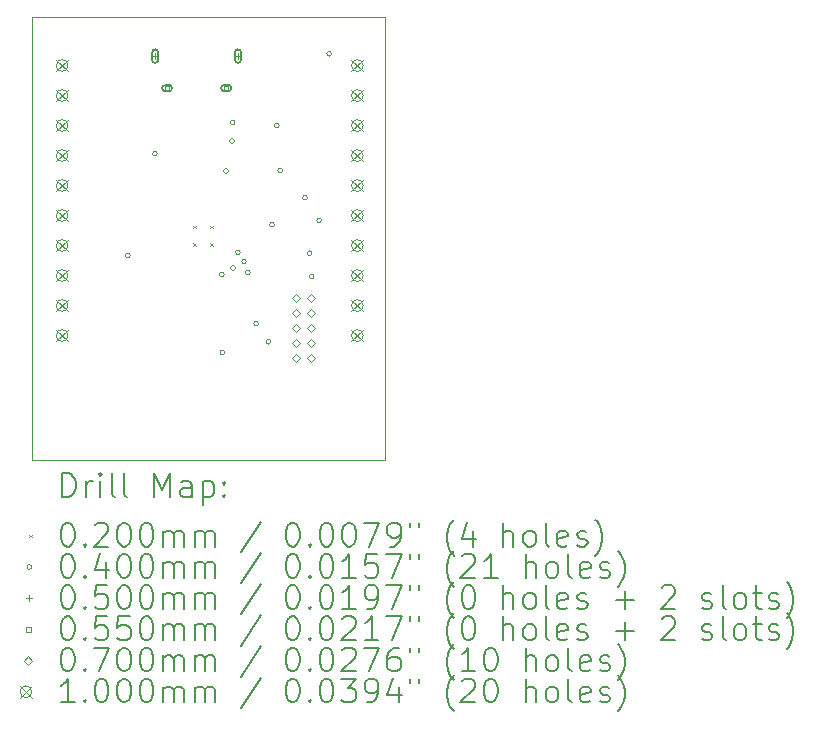
<source format=gbr>
%TF.GenerationSoftware,KiCad,Pcbnew,(6.0.9)*%
%TF.CreationDate,2022-11-19T16:27:43-05:00*%
%TF.ProjectId,EFR32MG22_module,45465233-324d-4473-9232-5f6d6f64756c,rev?*%
%TF.SameCoordinates,Original*%
%TF.FileFunction,Drillmap*%
%TF.FilePolarity,Positive*%
%FSLAX45Y45*%
G04 Gerber Fmt 4.5, Leading zero omitted, Abs format (unit mm)*
G04 Created by KiCad (PCBNEW (6.0.9)) date 2022-11-19 16:27:43*
%MOMM*%
%LPD*%
G01*
G04 APERTURE LIST*
%ADD10C,0.050000*%
%ADD11C,0.200000*%
%ADD12C,0.020000*%
%ADD13C,0.040000*%
%ADD14C,0.055000*%
%ADD15C,0.070000*%
%ADD16C,0.100000*%
G04 APERTURE END LIST*
D10*
X21500000Y-8000000D02*
X24490000Y-8000000D01*
X24490000Y-8000000D02*
X24490000Y-11750000D01*
X24490000Y-11750000D02*
X21500000Y-11750000D01*
X21500000Y-11750000D02*
X21500000Y-8000000D01*
D11*
D12*
X22863750Y-9770000D02*
X22883750Y-9790000D01*
X22883750Y-9770000D02*
X22863750Y-9790000D01*
X22863750Y-9915000D02*
X22883750Y-9935000D01*
X22883750Y-9915000D02*
X22863750Y-9935000D01*
X23008750Y-9770000D02*
X23028750Y-9790000D01*
X23028750Y-9770000D02*
X23008750Y-9790000D01*
X23008750Y-9915000D02*
X23028750Y-9935000D01*
X23028750Y-9915000D02*
X23008750Y-9935000D01*
D13*
X22330000Y-10017350D02*
G75*
G03*
X22330000Y-10017350I-20000J0D01*
G01*
X22560000Y-9157000D02*
G75*
G03*
X22560000Y-9157000I-20000J0D01*
G01*
X23127000Y-10179000D02*
G75*
G03*
X23127000Y-10179000I-20000J0D01*
G01*
X23131000Y-10841000D02*
G75*
G03*
X23131000Y-10841000I-20000J0D01*
G01*
X23162585Y-9303350D02*
G75*
G03*
X23162585Y-9303350I-20000J0D01*
G01*
X23212000Y-9049000D02*
G75*
G03*
X23212000Y-9049000I-20000J0D01*
G01*
X23218000Y-8894000D02*
G75*
G03*
X23218000Y-8894000I-20000J0D01*
G01*
X23220000Y-10125000D02*
G75*
G03*
X23220000Y-10125000I-20000J0D01*
G01*
X23262624Y-9992400D02*
G75*
G03*
X23262624Y-9992400I-20000J0D01*
G01*
X23314300Y-10069300D02*
G75*
G03*
X23314300Y-10069300I-20000J0D01*
G01*
X23346076Y-10162350D02*
G75*
G03*
X23346076Y-10162350I-20000J0D01*
G01*
X23416851Y-10596798D02*
G75*
G03*
X23416851Y-10596798I-20000J0D01*
G01*
X23520000Y-10750000D02*
G75*
G03*
X23520000Y-10750000I-20000J0D01*
G01*
X23551512Y-9759087D02*
G75*
G03*
X23551512Y-9759087I-20000J0D01*
G01*
X23592000Y-8917000D02*
G75*
G03*
X23592000Y-8917000I-20000J0D01*
G01*
X23620000Y-9300000D02*
G75*
G03*
X23620000Y-9300000I-20000J0D01*
G01*
X23831000Y-9530000D02*
G75*
G03*
X23831000Y-9530000I-20000J0D01*
G01*
X23870000Y-10000000D02*
G75*
G03*
X23870000Y-10000000I-20000J0D01*
G01*
X23887000Y-10198000D02*
G75*
G03*
X23887000Y-10198000I-20000J0D01*
G01*
X23950000Y-9721000D02*
G75*
G03*
X23950000Y-9721000I-20000J0D01*
G01*
X24035000Y-8311250D02*
G75*
G03*
X24035000Y-8311250I-20000J0D01*
G01*
D10*
X22542500Y-8306000D02*
X22542500Y-8356000D01*
X22517500Y-8331000D02*
X22567500Y-8331000D01*
D11*
X22567500Y-8363500D02*
X22567500Y-8298500D01*
X22517500Y-8363500D02*
X22517500Y-8298500D01*
X22567500Y-8298500D02*
G75*
G03*
X22517500Y-8298500I-25000J0D01*
G01*
X22517500Y-8363500D02*
G75*
G03*
X22567500Y-8363500I25000J0D01*
G01*
D10*
X23242500Y-8306000D02*
X23242500Y-8356000D01*
X23217500Y-8331000D02*
X23267500Y-8331000D01*
D11*
X23267500Y-8363500D02*
X23267500Y-8298500D01*
X23217500Y-8363500D02*
X23217500Y-8298500D01*
X23267500Y-8298500D02*
G75*
G03*
X23217500Y-8298500I-25000J0D01*
G01*
X23217500Y-8363500D02*
G75*
G03*
X23267500Y-8363500I25000J0D01*
G01*
D14*
X22661946Y-8620446D02*
X22661946Y-8581554D01*
X22623054Y-8581554D01*
X22623054Y-8620446D01*
X22661946Y-8620446D01*
D11*
X22657500Y-8573500D02*
X22627500Y-8573500D01*
X22657500Y-8628500D02*
X22627500Y-8628500D01*
X22627500Y-8573500D02*
G75*
G03*
X22627500Y-8628500I0J-27500D01*
G01*
X22657500Y-8628500D02*
G75*
G03*
X22657500Y-8573500I0J27500D01*
G01*
D14*
X23161946Y-8620446D02*
X23161946Y-8581554D01*
X23123054Y-8581554D01*
X23123054Y-8620446D01*
X23161946Y-8620446D01*
D11*
X23157500Y-8573500D02*
X23127500Y-8573500D01*
X23157500Y-8628500D02*
X23127500Y-8628500D01*
X23127500Y-8573500D02*
G75*
G03*
X23127500Y-8628500I0J-27500D01*
G01*
X23157500Y-8628500D02*
G75*
G03*
X23157500Y-8573500I0J27500D01*
G01*
D15*
X23732000Y-10414000D02*
X23767000Y-10379000D01*
X23732000Y-10344000D01*
X23697000Y-10379000D01*
X23732000Y-10414000D01*
X23732000Y-10541000D02*
X23767000Y-10506000D01*
X23732000Y-10471000D01*
X23697000Y-10506000D01*
X23732000Y-10541000D01*
X23732000Y-10668000D02*
X23767000Y-10633000D01*
X23732000Y-10598000D01*
X23697000Y-10633000D01*
X23732000Y-10668000D01*
X23732000Y-10795000D02*
X23767000Y-10760000D01*
X23732000Y-10725000D01*
X23697000Y-10760000D01*
X23732000Y-10795000D01*
X23732000Y-10922000D02*
X23767000Y-10887000D01*
X23732000Y-10852000D01*
X23697000Y-10887000D01*
X23732000Y-10922000D01*
X23859000Y-10414000D02*
X23894000Y-10379000D01*
X23859000Y-10344000D01*
X23824000Y-10379000D01*
X23859000Y-10414000D01*
X23859000Y-10541000D02*
X23894000Y-10506000D01*
X23859000Y-10471000D01*
X23824000Y-10506000D01*
X23859000Y-10541000D01*
X23859000Y-10668000D02*
X23894000Y-10633000D01*
X23859000Y-10598000D01*
X23824000Y-10633000D01*
X23859000Y-10668000D01*
X23859000Y-10795000D02*
X23894000Y-10760000D01*
X23859000Y-10725000D01*
X23824000Y-10760000D01*
X23859000Y-10795000D01*
X23859000Y-10922000D02*
X23894000Y-10887000D01*
X23859000Y-10852000D01*
X23824000Y-10887000D01*
X23859000Y-10922000D01*
D16*
X21704000Y-8361000D02*
X21804000Y-8461000D01*
X21804000Y-8361000D02*
X21704000Y-8461000D01*
X21804000Y-8411000D02*
G75*
G03*
X21804000Y-8411000I-50000J0D01*
G01*
X21704000Y-8615000D02*
X21804000Y-8715000D01*
X21804000Y-8615000D02*
X21704000Y-8715000D01*
X21804000Y-8665000D02*
G75*
G03*
X21804000Y-8665000I-50000J0D01*
G01*
X21704000Y-8869000D02*
X21804000Y-8969000D01*
X21804000Y-8869000D02*
X21704000Y-8969000D01*
X21804000Y-8919000D02*
G75*
G03*
X21804000Y-8919000I-50000J0D01*
G01*
X21704000Y-9123000D02*
X21804000Y-9223000D01*
X21804000Y-9123000D02*
X21704000Y-9223000D01*
X21804000Y-9173000D02*
G75*
G03*
X21804000Y-9173000I-50000J0D01*
G01*
X21704000Y-9377000D02*
X21804000Y-9477000D01*
X21804000Y-9377000D02*
X21704000Y-9477000D01*
X21804000Y-9427000D02*
G75*
G03*
X21804000Y-9427000I-50000J0D01*
G01*
X21704000Y-9631000D02*
X21804000Y-9731000D01*
X21804000Y-9631000D02*
X21704000Y-9731000D01*
X21804000Y-9681000D02*
G75*
G03*
X21804000Y-9681000I-50000J0D01*
G01*
X21704000Y-9885000D02*
X21804000Y-9985000D01*
X21804000Y-9885000D02*
X21704000Y-9985000D01*
X21804000Y-9935000D02*
G75*
G03*
X21804000Y-9935000I-50000J0D01*
G01*
X21704000Y-10139000D02*
X21804000Y-10239000D01*
X21804000Y-10139000D02*
X21704000Y-10239000D01*
X21804000Y-10189000D02*
G75*
G03*
X21804000Y-10189000I-50000J0D01*
G01*
X21704000Y-10393000D02*
X21804000Y-10493000D01*
X21804000Y-10393000D02*
X21704000Y-10493000D01*
X21804000Y-10443000D02*
G75*
G03*
X21804000Y-10443000I-50000J0D01*
G01*
X21704000Y-10647000D02*
X21804000Y-10747000D01*
X21804000Y-10647000D02*
X21704000Y-10747000D01*
X21804000Y-10697000D02*
G75*
G03*
X21804000Y-10697000I-50000J0D01*
G01*
X24204000Y-8361000D02*
X24304000Y-8461000D01*
X24304000Y-8361000D02*
X24204000Y-8461000D01*
X24304000Y-8411000D02*
G75*
G03*
X24304000Y-8411000I-50000J0D01*
G01*
X24204000Y-8615000D02*
X24304000Y-8715000D01*
X24304000Y-8615000D02*
X24204000Y-8715000D01*
X24304000Y-8665000D02*
G75*
G03*
X24304000Y-8665000I-50000J0D01*
G01*
X24204000Y-8869000D02*
X24304000Y-8969000D01*
X24304000Y-8869000D02*
X24204000Y-8969000D01*
X24304000Y-8919000D02*
G75*
G03*
X24304000Y-8919000I-50000J0D01*
G01*
X24204000Y-9123000D02*
X24304000Y-9223000D01*
X24304000Y-9123000D02*
X24204000Y-9223000D01*
X24304000Y-9173000D02*
G75*
G03*
X24304000Y-9173000I-50000J0D01*
G01*
X24204000Y-9377000D02*
X24304000Y-9477000D01*
X24304000Y-9377000D02*
X24204000Y-9477000D01*
X24304000Y-9427000D02*
G75*
G03*
X24304000Y-9427000I-50000J0D01*
G01*
X24204000Y-9631000D02*
X24304000Y-9731000D01*
X24304000Y-9631000D02*
X24204000Y-9731000D01*
X24304000Y-9681000D02*
G75*
G03*
X24304000Y-9681000I-50000J0D01*
G01*
X24204000Y-9885000D02*
X24304000Y-9985000D01*
X24304000Y-9885000D02*
X24204000Y-9985000D01*
X24304000Y-9935000D02*
G75*
G03*
X24304000Y-9935000I-50000J0D01*
G01*
X24204000Y-10139000D02*
X24304000Y-10239000D01*
X24304000Y-10139000D02*
X24204000Y-10239000D01*
X24304000Y-10189000D02*
G75*
G03*
X24304000Y-10189000I-50000J0D01*
G01*
X24204000Y-10393000D02*
X24304000Y-10493000D01*
X24304000Y-10393000D02*
X24204000Y-10493000D01*
X24304000Y-10443000D02*
G75*
G03*
X24304000Y-10443000I-50000J0D01*
G01*
X24204000Y-10647000D02*
X24304000Y-10747000D01*
X24304000Y-10647000D02*
X24204000Y-10747000D01*
X24304000Y-10697000D02*
G75*
G03*
X24304000Y-10697000I-50000J0D01*
G01*
D11*
X21755119Y-12062976D02*
X21755119Y-11862976D01*
X21802738Y-11862976D01*
X21831310Y-11872500D01*
X21850357Y-11891548D01*
X21859881Y-11910595D01*
X21869405Y-11948690D01*
X21869405Y-11977262D01*
X21859881Y-12015357D01*
X21850357Y-12034405D01*
X21831310Y-12053452D01*
X21802738Y-12062976D01*
X21755119Y-12062976D01*
X21955119Y-12062976D02*
X21955119Y-11929643D01*
X21955119Y-11967738D02*
X21964643Y-11948690D01*
X21974167Y-11939167D01*
X21993214Y-11929643D01*
X22012262Y-11929643D01*
X22078929Y-12062976D02*
X22078929Y-11929643D01*
X22078929Y-11862976D02*
X22069405Y-11872500D01*
X22078929Y-11882024D01*
X22088452Y-11872500D01*
X22078929Y-11862976D01*
X22078929Y-11882024D01*
X22202738Y-12062976D02*
X22183690Y-12053452D01*
X22174167Y-12034405D01*
X22174167Y-11862976D01*
X22307500Y-12062976D02*
X22288452Y-12053452D01*
X22278929Y-12034405D01*
X22278929Y-11862976D01*
X22536071Y-12062976D02*
X22536071Y-11862976D01*
X22602738Y-12005833D01*
X22669405Y-11862976D01*
X22669405Y-12062976D01*
X22850357Y-12062976D02*
X22850357Y-11958214D01*
X22840833Y-11939167D01*
X22821786Y-11929643D01*
X22783690Y-11929643D01*
X22764643Y-11939167D01*
X22850357Y-12053452D02*
X22831309Y-12062976D01*
X22783690Y-12062976D01*
X22764643Y-12053452D01*
X22755119Y-12034405D01*
X22755119Y-12015357D01*
X22764643Y-11996309D01*
X22783690Y-11986786D01*
X22831309Y-11986786D01*
X22850357Y-11977262D01*
X22945595Y-11929643D02*
X22945595Y-12129643D01*
X22945595Y-11939167D02*
X22964643Y-11929643D01*
X23002738Y-11929643D01*
X23021786Y-11939167D01*
X23031309Y-11948690D01*
X23040833Y-11967738D01*
X23040833Y-12024881D01*
X23031309Y-12043928D01*
X23021786Y-12053452D01*
X23002738Y-12062976D01*
X22964643Y-12062976D01*
X22945595Y-12053452D01*
X23126548Y-12043928D02*
X23136071Y-12053452D01*
X23126548Y-12062976D01*
X23117024Y-12053452D01*
X23126548Y-12043928D01*
X23126548Y-12062976D01*
X23126548Y-11939167D02*
X23136071Y-11948690D01*
X23126548Y-11958214D01*
X23117024Y-11948690D01*
X23126548Y-11939167D01*
X23126548Y-11958214D01*
D12*
X21477500Y-12382500D02*
X21497500Y-12402500D01*
X21497500Y-12382500D02*
X21477500Y-12402500D01*
D11*
X21793214Y-12282976D02*
X21812262Y-12282976D01*
X21831310Y-12292500D01*
X21840833Y-12302024D01*
X21850357Y-12321071D01*
X21859881Y-12359167D01*
X21859881Y-12406786D01*
X21850357Y-12444881D01*
X21840833Y-12463928D01*
X21831310Y-12473452D01*
X21812262Y-12482976D01*
X21793214Y-12482976D01*
X21774167Y-12473452D01*
X21764643Y-12463928D01*
X21755119Y-12444881D01*
X21745595Y-12406786D01*
X21745595Y-12359167D01*
X21755119Y-12321071D01*
X21764643Y-12302024D01*
X21774167Y-12292500D01*
X21793214Y-12282976D01*
X21945595Y-12463928D02*
X21955119Y-12473452D01*
X21945595Y-12482976D01*
X21936071Y-12473452D01*
X21945595Y-12463928D01*
X21945595Y-12482976D01*
X22031310Y-12302024D02*
X22040833Y-12292500D01*
X22059881Y-12282976D01*
X22107500Y-12282976D01*
X22126548Y-12292500D01*
X22136071Y-12302024D01*
X22145595Y-12321071D01*
X22145595Y-12340119D01*
X22136071Y-12368690D01*
X22021786Y-12482976D01*
X22145595Y-12482976D01*
X22269405Y-12282976D02*
X22288452Y-12282976D01*
X22307500Y-12292500D01*
X22317024Y-12302024D01*
X22326548Y-12321071D01*
X22336071Y-12359167D01*
X22336071Y-12406786D01*
X22326548Y-12444881D01*
X22317024Y-12463928D01*
X22307500Y-12473452D01*
X22288452Y-12482976D01*
X22269405Y-12482976D01*
X22250357Y-12473452D01*
X22240833Y-12463928D01*
X22231310Y-12444881D01*
X22221786Y-12406786D01*
X22221786Y-12359167D01*
X22231310Y-12321071D01*
X22240833Y-12302024D01*
X22250357Y-12292500D01*
X22269405Y-12282976D01*
X22459881Y-12282976D02*
X22478928Y-12282976D01*
X22497976Y-12292500D01*
X22507500Y-12302024D01*
X22517024Y-12321071D01*
X22526548Y-12359167D01*
X22526548Y-12406786D01*
X22517024Y-12444881D01*
X22507500Y-12463928D01*
X22497976Y-12473452D01*
X22478928Y-12482976D01*
X22459881Y-12482976D01*
X22440833Y-12473452D01*
X22431309Y-12463928D01*
X22421786Y-12444881D01*
X22412262Y-12406786D01*
X22412262Y-12359167D01*
X22421786Y-12321071D01*
X22431309Y-12302024D01*
X22440833Y-12292500D01*
X22459881Y-12282976D01*
X22612262Y-12482976D02*
X22612262Y-12349643D01*
X22612262Y-12368690D02*
X22621786Y-12359167D01*
X22640833Y-12349643D01*
X22669405Y-12349643D01*
X22688452Y-12359167D01*
X22697976Y-12378214D01*
X22697976Y-12482976D01*
X22697976Y-12378214D02*
X22707500Y-12359167D01*
X22726548Y-12349643D01*
X22755119Y-12349643D01*
X22774167Y-12359167D01*
X22783690Y-12378214D01*
X22783690Y-12482976D01*
X22878928Y-12482976D02*
X22878928Y-12349643D01*
X22878928Y-12368690D02*
X22888452Y-12359167D01*
X22907500Y-12349643D01*
X22936071Y-12349643D01*
X22955119Y-12359167D01*
X22964643Y-12378214D01*
X22964643Y-12482976D01*
X22964643Y-12378214D02*
X22974167Y-12359167D01*
X22993214Y-12349643D01*
X23021786Y-12349643D01*
X23040833Y-12359167D01*
X23050357Y-12378214D01*
X23050357Y-12482976D01*
X23440833Y-12273452D02*
X23269405Y-12530595D01*
X23697976Y-12282976D02*
X23717024Y-12282976D01*
X23736071Y-12292500D01*
X23745595Y-12302024D01*
X23755119Y-12321071D01*
X23764643Y-12359167D01*
X23764643Y-12406786D01*
X23755119Y-12444881D01*
X23745595Y-12463928D01*
X23736071Y-12473452D01*
X23717024Y-12482976D01*
X23697976Y-12482976D01*
X23678928Y-12473452D01*
X23669405Y-12463928D01*
X23659881Y-12444881D01*
X23650357Y-12406786D01*
X23650357Y-12359167D01*
X23659881Y-12321071D01*
X23669405Y-12302024D01*
X23678928Y-12292500D01*
X23697976Y-12282976D01*
X23850357Y-12463928D02*
X23859881Y-12473452D01*
X23850357Y-12482976D01*
X23840833Y-12473452D01*
X23850357Y-12463928D01*
X23850357Y-12482976D01*
X23983690Y-12282976D02*
X24002738Y-12282976D01*
X24021786Y-12292500D01*
X24031309Y-12302024D01*
X24040833Y-12321071D01*
X24050357Y-12359167D01*
X24050357Y-12406786D01*
X24040833Y-12444881D01*
X24031309Y-12463928D01*
X24021786Y-12473452D01*
X24002738Y-12482976D01*
X23983690Y-12482976D01*
X23964643Y-12473452D01*
X23955119Y-12463928D01*
X23945595Y-12444881D01*
X23936071Y-12406786D01*
X23936071Y-12359167D01*
X23945595Y-12321071D01*
X23955119Y-12302024D01*
X23964643Y-12292500D01*
X23983690Y-12282976D01*
X24174167Y-12282976D02*
X24193214Y-12282976D01*
X24212262Y-12292500D01*
X24221786Y-12302024D01*
X24231309Y-12321071D01*
X24240833Y-12359167D01*
X24240833Y-12406786D01*
X24231309Y-12444881D01*
X24221786Y-12463928D01*
X24212262Y-12473452D01*
X24193214Y-12482976D01*
X24174167Y-12482976D01*
X24155119Y-12473452D01*
X24145595Y-12463928D01*
X24136071Y-12444881D01*
X24126548Y-12406786D01*
X24126548Y-12359167D01*
X24136071Y-12321071D01*
X24145595Y-12302024D01*
X24155119Y-12292500D01*
X24174167Y-12282976D01*
X24307500Y-12282976D02*
X24440833Y-12282976D01*
X24355119Y-12482976D01*
X24526548Y-12482976D02*
X24564643Y-12482976D01*
X24583690Y-12473452D01*
X24593214Y-12463928D01*
X24612262Y-12435357D01*
X24621786Y-12397262D01*
X24621786Y-12321071D01*
X24612262Y-12302024D01*
X24602738Y-12292500D01*
X24583690Y-12282976D01*
X24545595Y-12282976D01*
X24526548Y-12292500D01*
X24517024Y-12302024D01*
X24507500Y-12321071D01*
X24507500Y-12368690D01*
X24517024Y-12387738D01*
X24526548Y-12397262D01*
X24545595Y-12406786D01*
X24583690Y-12406786D01*
X24602738Y-12397262D01*
X24612262Y-12387738D01*
X24621786Y-12368690D01*
X24697976Y-12282976D02*
X24697976Y-12321071D01*
X24774167Y-12282976D02*
X24774167Y-12321071D01*
X25069405Y-12559167D02*
X25059881Y-12549643D01*
X25040833Y-12521071D01*
X25031309Y-12502024D01*
X25021786Y-12473452D01*
X25012262Y-12425833D01*
X25012262Y-12387738D01*
X25021786Y-12340119D01*
X25031309Y-12311548D01*
X25040833Y-12292500D01*
X25059881Y-12263928D01*
X25069405Y-12254405D01*
X25231309Y-12349643D02*
X25231309Y-12482976D01*
X25183690Y-12273452D02*
X25136071Y-12416309D01*
X25259881Y-12416309D01*
X25488452Y-12482976D02*
X25488452Y-12282976D01*
X25574167Y-12482976D02*
X25574167Y-12378214D01*
X25564643Y-12359167D01*
X25545595Y-12349643D01*
X25517024Y-12349643D01*
X25497976Y-12359167D01*
X25488452Y-12368690D01*
X25697976Y-12482976D02*
X25678928Y-12473452D01*
X25669405Y-12463928D01*
X25659881Y-12444881D01*
X25659881Y-12387738D01*
X25669405Y-12368690D01*
X25678928Y-12359167D01*
X25697976Y-12349643D01*
X25726548Y-12349643D01*
X25745595Y-12359167D01*
X25755119Y-12368690D01*
X25764643Y-12387738D01*
X25764643Y-12444881D01*
X25755119Y-12463928D01*
X25745595Y-12473452D01*
X25726548Y-12482976D01*
X25697976Y-12482976D01*
X25878928Y-12482976D02*
X25859881Y-12473452D01*
X25850357Y-12454405D01*
X25850357Y-12282976D01*
X26031309Y-12473452D02*
X26012262Y-12482976D01*
X25974167Y-12482976D01*
X25955119Y-12473452D01*
X25945595Y-12454405D01*
X25945595Y-12378214D01*
X25955119Y-12359167D01*
X25974167Y-12349643D01*
X26012262Y-12349643D01*
X26031309Y-12359167D01*
X26040833Y-12378214D01*
X26040833Y-12397262D01*
X25945595Y-12416309D01*
X26117024Y-12473452D02*
X26136071Y-12482976D01*
X26174167Y-12482976D01*
X26193214Y-12473452D01*
X26202738Y-12454405D01*
X26202738Y-12444881D01*
X26193214Y-12425833D01*
X26174167Y-12416309D01*
X26145595Y-12416309D01*
X26126548Y-12406786D01*
X26117024Y-12387738D01*
X26117024Y-12378214D01*
X26126548Y-12359167D01*
X26145595Y-12349643D01*
X26174167Y-12349643D01*
X26193214Y-12359167D01*
X26269405Y-12559167D02*
X26278928Y-12549643D01*
X26297976Y-12521071D01*
X26307500Y-12502024D01*
X26317024Y-12473452D01*
X26326548Y-12425833D01*
X26326548Y-12387738D01*
X26317024Y-12340119D01*
X26307500Y-12311548D01*
X26297976Y-12292500D01*
X26278928Y-12263928D01*
X26269405Y-12254405D01*
D13*
X21497500Y-12656500D02*
G75*
G03*
X21497500Y-12656500I-20000J0D01*
G01*
D11*
X21793214Y-12546976D02*
X21812262Y-12546976D01*
X21831310Y-12556500D01*
X21840833Y-12566024D01*
X21850357Y-12585071D01*
X21859881Y-12623167D01*
X21859881Y-12670786D01*
X21850357Y-12708881D01*
X21840833Y-12727928D01*
X21831310Y-12737452D01*
X21812262Y-12746976D01*
X21793214Y-12746976D01*
X21774167Y-12737452D01*
X21764643Y-12727928D01*
X21755119Y-12708881D01*
X21745595Y-12670786D01*
X21745595Y-12623167D01*
X21755119Y-12585071D01*
X21764643Y-12566024D01*
X21774167Y-12556500D01*
X21793214Y-12546976D01*
X21945595Y-12727928D02*
X21955119Y-12737452D01*
X21945595Y-12746976D01*
X21936071Y-12737452D01*
X21945595Y-12727928D01*
X21945595Y-12746976D01*
X22126548Y-12613643D02*
X22126548Y-12746976D01*
X22078929Y-12537452D02*
X22031310Y-12680309D01*
X22155119Y-12680309D01*
X22269405Y-12546976D02*
X22288452Y-12546976D01*
X22307500Y-12556500D01*
X22317024Y-12566024D01*
X22326548Y-12585071D01*
X22336071Y-12623167D01*
X22336071Y-12670786D01*
X22326548Y-12708881D01*
X22317024Y-12727928D01*
X22307500Y-12737452D01*
X22288452Y-12746976D01*
X22269405Y-12746976D01*
X22250357Y-12737452D01*
X22240833Y-12727928D01*
X22231310Y-12708881D01*
X22221786Y-12670786D01*
X22221786Y-12623167D01*
X22231310Y-12585071D01*
X22240833Y-12566024D01*
X22250357Y-12556500D01*
X22269405Y-12546976D01*
X22459881Y-12546976D02*
X22478928Y-12546976D01*
X22497976Y-12556500D01*
X22507500Y-12566024D01*
X22517024Y-12585071D01*
X22526548Y-12623167D01*
X22526548Y-12670786D01*
X22517024Y-12708881D01*
X22507500Y-12727928D01*
X22497976Y-12737452D01*
X22478928Y-12746976D01*
X22459881Y-12746976D01*
X22440833Y-12737452D01*
X22431309Y-12727928D01*
X22421786Y-12708881D01*
X22412262Y-12670786D01*
X22412262Y-12623167D01*
X22421786Y-12585071D01*
X22431309Y-12566024D01*
X22440833Y-12556500D01*
X22459881Y-12546976D01*
X22612262Y-12746976D02*
X22612262Y-12613643D01*
X22612262Y-12632690D02*
X22621786Y-12623167D01*
X22640833Y-12613643D01*
X22669405Y-12613643D01*
X22688452Y-12623167D01*
X22697976Y-12642214D01*
X22697976Y-12746976D01*
X22697976Y-12642214D02*
X22707500Y-12623167D01*
X22726548Y-12613643D01*
X22755119Y-12613643D01*
X22774167Y-12623167D01*
X22783690Y-12642214D01*
X22783690Y-12746976D01*
X22878928Y-12746976D02*
X22878928Y-12613643D01*
X22878928Y-12632690D02*
X22888452Y-12623167D01*
X22907500Y-12613643D01*
X22936071Y-12613643D01*
X22955119Y-12623167D01*
X22964643Y-12642214D01*
X22964643Y-12746976D01*
X22964643Y-12642214D02*
X22974167Y-12623167D01*
X22993214Y-12613643D01*
X23021786Y-12613643D01*
X23040833Y-12623167D01*
X23050357Y-12642214D01*
X23050357Y-12746976D01*
X23440833Y-12537452D02*
X23269405Y-12794595D01*
X23697976Y-12546976D02*
X23717024Y-12546976D01*
X23736071Y-12556500D01*
X23745595Y-12566024D01*
X23755119Y-12585071D01*
X23764643Y-12623167D01*
X23764643Y-12670786D01*
X23755119Y-12708881D01*
X23745595Y-12727928D01*
X23736071Y-12737452D01*
X23717024Y-12746976D01*
X23697976Y-12746976D01*
X23678928Y-12737452D01*
X23669405Y-12727928D01*
X23659881Y-12708881D01*
X23650357Y-12670786D01*
X23650357Y-12623167D01*
X23659881Y-12585071D01*
X23669405Y-12566024D01*
X23678928Y-12556500D01*
X23697976Y-12546976D01*
X23850357Y-12727928D02*
X23859881Y-12737452D01*
X23850357Y-12746976D01*
X23840833Y-12737452D01*
X23850357Y-12727928D01*
X23850357Y-12746976D01*
X23983690Y-12546976D02*
X24002738Y-12546976D01*
X24021786Y-12556500D01*
X24031309Y-12566024D01*
X24040833Y-12585071D01*
X24050357Y-12623167D01*
X24050357Y-12670786D01*
X24040833Y-12708881D01*
X24031309Y-12727928D01*
X24021786Y-12737452D01*
X24002738Y-12746976D01*
X23983690Y-12746976D01*
X23964643Y-12737452D01*
X23955119Y-12727928D01*
X23945595Y-12708881D01*
X23936071Y-12670786D01*
X23936071Y-12623167D01*
X23945595Y-12585071D01*
X23955119Y-12566024D01*
X23964643Y-12556500D01*
X23983690Y-12546976D01*
X24240833Y-12746976D02*
X24126548Y-12746976D01*
X24183690Y-12746976D02*
X24183690Y-12546976D01*
X24164643Y-12575548D01*
X24145595Y-12594595D01*
X24126548Y-12604119D01*
X24421786Y-12546976D02*
X24326548Y-12546976D01*
X24317024Y-12642214D01*
X24326548Y-12632690D01*
X24345595Y-12623167D01*
X24393214Y-12623167D01*
X24412262Y-12632690D01*
X24421786Y-12642214D01*
X24431309Y-12661262D01*
X24431309Y-12708881D01*
X24421786Y-12727928D01*
X24412262Y-12737452D01*
X24393214Y-12746976D01*
X24345595Y-12746976D01*
X24326548Y-12737452D01*
X24317024Y-12727928D01*
X24497976Y-12546976D02*
X24631309Y-12546976D01*
X24545595Y-12746976D01*
X24697976Y-12546976D02*
X24697976Y-12585071D01*
X24774167Y-12546976D02*
X24774167Y-12585071D01*
X25069405Y-12823167D02*
X25059881Y-12813643D01*
X25040833Y-12785071D01*
X25031309Y-12766024D01*
X25021786Y-12737452D01*
X25012262Y-12689833D01*
X25012262Y-12651738D01*
X25021786Y-12604119D01*
X25031309Y-12575548D01*
X25040833Y-12556500D01*
X25059881Y-12527928D01*
X25069405Y-12518405D01*
X25136071Y-12566024D02*
X25145595Y-12556500D01*
X25164643Y-12546976D01*
X25212262Y-12546976D01*
X25231309Y-12556500D01*
X25240833Y-12566024D01*
X25250357Y-12585071D01*
X25250357Y-12604119D01*
X25240833Y-12632690D01*
X25126548Y-12746976D01*
X25250357Y-12746976D01*
X25440833Y-12746976D02*
X25326548Y-12746976D01*
X25383690Y-12746976D02*
X25383690Y-12546976D01*
X25364643Y-12575548D01*
X25345595Y-12594595D01*
X25326548Y-12604119D01*
X25678928Y-12746976D02*
X25678928Y-12546976D01*
X25764643Y-12746976D02*
X25764643Y-12642214D01*
X25755119Y-12623167D01*
X25736071Y-12613643D01*
X25707500Y-12613643D01*
X25688452Y-12623167D01*
X25678928Y-12632690D01*
X25888452Y-12746976D02*
X25869405Y-12737452D01*
X25859881Y-12727928D01*
X25850357Y-12708881D01*
X25850357Y-12651738D01*
X25859881Y-12632690D01*
X25869405Y-12623167D01*
X25888452Y-12613643D01*
X25917024Y-12613643D01*
X25936071Y-12623167D01*
X25945595Y-12632690D01*
X25955119Y-12651738D01*
X25955119Y-12708881D01*
X25945595Y-12727928D01*
X25936071Y-12737452D01*
X25917024Y-12746976D01*
X25888452Y-12746976D01*
X26069405Y-12746976D02*
X26050357Y-12737452D01*
X26040833Y-12718405D01*
X26040833Y-12546976D01*
X26221786Y-12737452D02*
X26202738Y-12746976D01*
X26164643Y-12746976D01*
X26145595Y-12737452D01*
X26136071Y-12718405D01*
X26136071Y-12642214D01*
X26145595Y-12623167D01*
X26164643Y-12613643D01*
X26202738Y-12613643D01*
X26221786Y-12623167D01*
X26231309Y-12642214D01*
X26231309Y-12661262D01*
X26136071Y-12680309D01*
X26307500Y-12737452D02*
X26326548Y-12746976D01*
X26364643Y-12746976D01*
X26383690Y-12737452D01*
X26393214Y-12718405D01*
X26393214Y-12708881D01*
X26383690Y-12689833D01*
X26364643Y-12680309D01*
X26336071Y-12680309D01*
X26317024Y-12670786D01*
X26307500Y-12651738D01*
X26307500Y-12642214D01*
X26317024Y-12623167D01*
X26336071Y-12613643D01*
X26364643Y-12613643D01*
X26383690Y-12623167D01*
X26459881Y-12823167D02*
X26469405Y-12813643D01*
X26488452Y-12785071D01*
X26497976Y-12766024D01*
X26507500Y-12737452D01*
X26517024Y-12689833D01*
X26517024Y-12651738D01*
X26507500Y-12604119D01*
X26497976Y-12575548D01*
X26488452Y-12556500D01*
X26469405Y-12527928D01*
X26459881Y-12518405D01*
D10*
X21472500Y-12895500D02*
X21472500Y-12945500D01*
X21447500Y-12920500D02*
X21497500Y-12920500D01*
D11*
X21793214Y-12810976D02*
X21812262Y-12810976D01*
X21831310Y-12820500D01*
X21840833Y-12830024D01*
X21850357Y-12849071D01*
X21859881Y-12887167D01*
X21859881Y-12934786D01*
X21850357Y-12972881D01*
X21840833Y-12991928D01*
X21831310Y-13001452D01*
X21812262Y-13010976D01*
X21793214Y-13010976D01*
X21774167Y-13001452D01*
X21764643Y-12991928D01*
X21755119Y-12972881D01*
X21745595Y-12934786D01*
X21745595Y-12887167D01*
X21755119Y-12849071D01*
X21764643Y-12830024D01*
X21774167Y-12820500D01*
X21793214Y-12810976D01*
X21945595Y-12991928D02*
X21955119Y-13001452D01*
X21945595Y-13010976D01*
X21936071Y-13001452D01*
X21945595Y-12991928D01*
X21945595Y-13010976D01*
X22136071Y-12810976D02*
X22040833Y-12810976D01*
X22031310Y-12906214D01*
X22040833Y-12896690D01*
X22059881Y-12887167D01*
X22107500Y-12887167D01*
X22126548Y-12896690D01*
X22136071Y-12906214D01*
X22145595Y-12925262D01*
X22145595Y-12972881D01*
X22136071Y-12991928D01*
X22126548Y-13001452D01*
X22107500Y-13010976D01*
X22059881Y-13010976D01*
X22040833Y-13001452D01*
X22031310Y-12991928D01*
X22269405Y-12810976D02*
X22288452Y-12810976D01*
X22307500Y-12820500D01*
X22317024Y-12830024D01*
X22326548Y-12849071D01*
X22336071Y-12887167D01*
X22336071Y-12934786D01*
X22326548Y-12972881D01*
X22317024Y-12991928D01*
X22307500Y-13001452D01*
X22288452Y-13010976D01*
X22269405Y-13010976D01*
X22250357Y-13001452D01*
X22240833Y-12991928D01*
X22231310Y-12972881D01*
X22221786Y-12934786D01*
X22221786Y-12887167D01*
X22231310Y-12849071D01*
X22240833Y-12830024D01*
X22250357Y-12820500D01*
X22269405Y-12810976D01*
X22459881Y-12810976D02*
X22478928Y-12810976D01*
X22497976Y-12820500D01*
X22507500Y-12830024D01*
X22517024Y-12849071D01*
X22526548Y-12887167D01*
X22526548Y-12934786D01*
X22517024Y-12972881D01*
X22507500Y-12991928D01*
X22497976Y-13001452D01*
X22478928Y-13010976D01*
X22459881Y-13010976D01*
X22440833Y-13001452D01*
X22431309Y-12991928D01*
X22421786Y-12972881D01*
X22412262Y-12934786D01*
X22412262Y-12887167D01*
X22421786Y-12849071D01*
X22431309Y-12830024D01*
X22440833Y-12820500D01*
X22459881Y-12810976D01*
X22612262Y-13010976D02*
X22612262Y-12877643D01*
X22612262Y-12896690D02*
X22621786Y-12887167D01*
X22640833Y-12877643D01*
X22669405Y-12877643D01*
X22688452Y-12887167D01*
X22697976Y-12906214D01*
X22697976Y-13010976D01*
X22697976Y-12906214D02*
X22707500Y-12887167D01*
X22726548Y-12877643D01*
X22755119Y-12877643D01*
X22774167Y-12887167D01*
X22783690Y-12906214D01*
X22783690Y-13010976D01*
X22878928Y-13010976D02*
X22878928Y-12877643D01*
X22878928Y-12896690D02*
X22888452Y-12887167D01*
X22907500Y-12877643D01*
X22936071Y-12877643D01*
X22955119Y-12887167D01*
X22964643Y-12906214D01*
X22964643Y-13010976D01*
X22964643Y-12906214D02*
X22974167Y-12887167D01*
X22993214Y-12877643D01*
X23021786Y-12877643D01*
X23040833Y-12887167D01*
X23050357Y-12906214D01*
X23050357Y-13010976D01*
X23440833Y-12801452D02*
X23269405Y-13058595D01*
X23697976Y-12810976D02*
X23717024Y-12810976D01*
X23736071Y-12820500D01*
X23745595Y-12830024D01*
X23755119Y-12849071D01*
X23764643Y-12887167D01*
X23764643Y-12934786D01*
X23755119Y-12972881D01*
X23745595Y-12991928D01*
X23736071Y-13001452D01*
X23717024Y-13010976D01*
X23697976Y-13010976D01*
X23678928Y-13001452D01*
X23669405Y-12991928D01*
X23659881Y-12972881D01*
X23650357Y-12934786D01*
X23650357Y-12887167D01*
X23659881Y-12849071D01*
X23669405Y-12830024D01*
X23678928Y-12820500D01*
X23697976Y-12810976D01*
X23850357Y-12991928D02*
X23859881Y-13001452D01*
X23850357Y-13010976D01*
X23840833Y-13001452D01*
X23850357Y-12991928D01*
X23850357Y-13010976D01*
X23983690Y-12810976D02*
X24002738Y-12810976D01*
X24021786Y-12820500D01*
X24031309Y-12830024D01*
X24040833Y-12849071D01*
X24050357Y-12887167D01*
X24050357Y-12934786D01*
X24040833Y-12972881D01*
X24031309Y-12991928D01*
X24021786Y-13001452D01*
X24002738Y-13010976D01*
X23983690Y-13010976D01*
X23964643Y-13001452D01*
X23955119Y-12991928D01*
X23945595Y-12972881D01*
X23936071Y-12934786D01*
X23936071Y-12887167D01*
X23945595Y-12849071D01*
X23955119Y-12830024D01*
X23964643Y-12820500D01*
X23983690Y-12810976D01*
X24240833Y-13010976D02*
X24126548Y-13010976D01*
X24183690Y-13010976D02*
X24183690Y-12810976D01*
X24164643Y-12839548D01*
X24145595Y-12858595D01*
X24126548Y-12868119D01*
X24336071Y-13010976D02*
X24374167Y-13010976D01*
X24393214Y-13001452D01*
X24402738Y-12991928D01*
X24421786Y-12963357D01*
X24431309Y-12925262D01*
X24431309Y-12849071D01*
X24421786Y-12830024D01*
X24412262Y-12820500D01*
X24393214Y-12810976D01*
X24355119Y-12810976D01*
X24336071Y-12820500D01*
X24326548Y-12830024D01*
X24317024Y-12849071D01*
X24317024Y-12896690D01*
X24326548Y-12915738D01*
X24336071Y-12925262D01*
X24355119Y-12934786D01*
X24393214Y-12934786D01*
X24412262Y-12925262D01*
X24421786Y-12915738D01*
X24431309Y-12896690D01*
X24497976Y-12810976D02*
X24631309Y-12810976D01*
X24545595Y-13010976D01*
X24697976Y-12810976D02*
X24697976Y-12849071D01*
X24774167Y-12810976D02*
X24774167Y-12849071D01*
X25069405Y-13087167D02*
X25059881Y-13077643D01*
X25040833Y-13049071D01*
X25031309Y-13030024D01*
X25021786Y-13001452D01*
X25012262Y-12953833D01*
X25012262Y-12915738D01*
X25021786Y-12868119D01*
X25031309Y-12839548D01*
X25040833Y-12820500D01*
X25059881Y-12791928D01*
X25069405Y-12782405D01*
X25183690Y-12810976D02*
X25202738Y-12810976D01*
X25221786Y-12820500D01*
X25231309Y-12830024D01*
X25240833Y-12849071D01*
X25250357Y-12887167D01*
X25250357Y-12934786D01*
X25240833Y-12972881D01*
X25231309Y-12991928D01*
X25221786Y-13001452D01*
X25202738Y-13010976D01*
X25183690Y-13010976D01*
X25164643Y-13001452D01*
X25155119Y-12991928D01*
X25145595Y-12972881D01*
X25136071Y-12934786D01*
X25136071Y-12887167D01*
X25145595Y-12849071D01*
X25155119Y-12830024D01*
X25164643Y-12820500D01*
X25183690Y-12810976D01*
X25488452Y-13010976D02*
X25488452Y-12810976D01*
X25574167Y-13010976D02*
X25574167Y-12906214D01*
X25564643Y-12887167D01*
X25545595Y-12877643D01*
X25517024Y-12877643D01*
X25497976Y-12887167D01*
X25488452Y-12896690D01*
X25697976Y-13010976D02*
X25678928Y-13001452D01*
X25669405Y-12991928D01*
X25659881Y-12972881D01*
X25659881Y-12915738D01*
X25669405Y-12896690D01*
X25678928Y-12887167D01*
X25697976Y-12877643D01*
X25726548Y-12877643D01*
X25745595Y-12887167D01*
X25755119Y-12896690D01*
X25764643Y-12915738D01*
X25764643Y-12972881D01*
X25755119Y-12991928D01*
X25745595Y-13001452D01*
X25726548Y-13010976D01*
X25697976Y-13010976D01*
X25878928Y-13010976D02*
X25859881Y-13001452D01*
X25850357Y-12982405D01*
X25850357Y-12810976D01*
X26031309Y-13001452D02*
X26012262Y-13010976D01*
X25974167Y-13010976D01*
X25955119Y-13001452D01*
X25945595Y-12982405D01*
X25945595Y-12906214D01*
X25955119Y-12887167D01*
X25974167Y-12877643D01*
X26012262Y-12877643D01*
X26031309Y-12887167D01*
X26040833Y-12906214D01*
X26040833Y-12925262D01*
X25945595Y-12944309D01*
X26117024Y-13001452D02*
X26136071Y-13010976D01*
X26174167Y-13010976D01*
X26193214Y-13001452D01*
X26202738Y-12982405D01*
X26202738Y-12972881D01*
X26193214Y-12953833D01*
X26174167Y-12944309D01*
X26145595Y-12944309D01*
X26126548Y-12934786D01*
X26117024Y-12915738D01*
X26117024Y-12906214D01*
X26126548Y-12887167D01*
X26145595Y-12877643D01*
X26174167Y-12877643D01*
X26193214Y-12887167D01*
X26440833Y-12934786D02*
X26593214Y-12934786D01*
X26517024Y-13010976D02*
X26517024Y-12858595D01*
X26831309Y-12830024D02*
X26840833Y-12820500D01*
X26859881Y-12810976D01*
X26907500Y-12810976D01*
X26926548Y-12820500D01*
X26936071Y-12830024D01*
X26945595Y-12849071D01*
X26945595Y-12868119D01*
X26936071Y-12896690D01*
X26821786Y-13010976D01*
X26945595Y-13010976D01*
X27174167Y-13001452D02*
X27193214Y-13010976D01*
X27231309Y-13010976D01*
X27250357Y-13001452D01*
X27259881Y-12982405D01*
X27259881Y-12972881D01*
X27250357Y-12953833D01*
X27231309Y-12944309D01*
X27202738Y-12944309D01*
X27183690Y-12934786D01*
X27174167Y-12915738D01*
X27174167Y-12906214D01*
X27183690Y-12887167D01*
X27202738Y-12877643D01*
X27231309Y-12877643D01*
X27250357Y-12887167D01*
X27374167Y-13010976D02*
X27355119Y-13001452D01*
X27345595Y-12982405D01*
X27345595Y-12810976D01*
X27478928Y-13010976D02*
X27459881Y-13001452D01*
X27450357Y-12991928D01*
X27440833Y-12972881D01*
X27440833Y-12915738D01*
X27450357Y-12896690D01*
X27459881Y-12887167D01*
X27478928Y-12877643D01*
X27507500Y-12877643D01*
X27526548Y-12887167D01*
X27536071Y-12896690D01*
X27545595Y-12915738D01*
X27545595Y-12972881D01*
X27536071Y-12991928D01*
X27526548Y-13001452D01*
X27507500Y-13010976D01*
X27478928Y-13010976D01*
X27602738Y-12877643D02*
X27678928Y-12877643D01*
X27631309Y-12810976D02*
X27631309Y-12982405D01*
X27640833Y-13001452D01*
X27659881Y-13010976D01*
X27678928Y-13010976D01*
X27736071Y-13001452D02*
X27755119Y-13010976D01*
X27793214Y-13010976D01*
X27812262Y-13001452D01*
X27821786Y-12982405D01*
X27821786Y-12972881D01*
X27812262Y-12953833D01*
X27793214Y-12944309D01*
X27764643Y-12944309D01*
X27745595Y-12934786D01*
X27736071Y-12915738D01*
X27736071Y-12906214D01*
X27745595Y-12887167D01*
X27764643Y-12877643D01*
X27793214Y-12877643D01*
X27812262Y-12887167D01*
X27888452Y-13087167D02*
X27897976Y-13077643D01*
X27917024Y-13049071D01*
X27926548Y-13030024D01*
X27936071Y-13001452D01*
X27945595Y-12953833D01*
X27945595Y-12915738D01*
X27936071Y-12868119D01*
X27926548Y-12839548D01*
X27917024Y-12820500D01*
X27897976Y-12791928D01*
X27888452Y-12782405D01*
D14*
X21489446Y-13203946D02*
X21489446Y-13165054D01*
X21450554Y-13165054D01*
X21450554Y-13203946D01*
X21489446Y-13203946D01*
D11*
X21793214Y-13074976D02*
X21812262Y-13074976D01*
X21831310Y-13084500D01*
X21840833Y-13094024D01*
X21850357Y-13113071D01*
X21859881Y-13151167D01*
X21859881Y-13198786D01*
X21850357Y-13236881D01*
X21840833Y-13255928D01*
X21831310Y-13265452D01*
X21812262Y-13274976D01*
X21793214Y-13274976D01*
X21774167Y-13265452D01*
X21764643Y-13255928D01*
X21755119Y-13236881D01*
X21745595Y-13198786D01*
X21745595Y-13151167D01*
X21755119Y-13113071D01*
X21764643Y-13094024D01*
X21774167Y-13084500D01*
X21793214Y-13074976D01*
X21945595Y-13255928D02*
X21955119Y-13265452D01*
X21945595Y-13274976D01*
X21936071Y-13265452D01*
X21945595Y-13255928D01*
X21945595Y-13274976D01*
X22136071Y-13074976D02*
X22040833Y-13074976D01*
X22031310Y-13170214D01*
X22040833Y-13160690D01*
X22059881Y-13151167D01*
X22107500Y-13151167D01*
X22126548Y-13160690D01*
X22136071Y-13170214D01*
X22145595Y-13189262D01*
X22145595Y-13236881D01*
X22136071Y-13255928D01*
X22126548Y-13265452D01*
X22107500Y-13274976D01*
X22059881Y-13274976D01*
X22040833Y-13265452D01*
X22031310Y-13255928D01*
X22326548Y-13074976D02*
X22231310Y-13074976D01*
X22221786Y-13170214D01*
X22231310Y-13160690D01*
X22250357Y-13151167D01*
X22297976Y-13151167D01*
X22317024Y-13160690D01*
X22326548Y-13170214D01*
X22336071Y-13189262D01*
X22336071Y-13236881D01*
X22326548Y-13255928D01*
X22317024Y-13265452D01*
X22297976Y-13274976D01*
X22250357Y-13274976D01*
X22231310Y-13265452D01*
X22221786Y-13255928D01*
X22459881Y-13074976D02*
X22478928Y-13074976D01*
X22497976Y-13084500D01*
X22507500Y-13094024D01*
X22517024Y-13113071D01*
X22526548Y-13151167D01*
X22526548Y-13198786D01*
X22517024Y-13236881D01*
X22507500Y-13255928D01*
X22497976Y-13265452D01*
X22478928Y-13274976D01*
X22459881Y-13274976D01*
X22440833Y-13265452D01*
X22431309Y-13255928D01*
X22421786Y-13236881D01*
X22412262Y-13198786D01*
X22412262Y-13151167D01*
X22421786Y-13113071D01*
X22431309Y-13094024D01*
X22440833Y-13084500D01*
X22459881Y-13074976D01*
X22612262Y-13274976D02*
X22612262Y-13141643D01*
X22612262Y-13160690D02*
X22621786Y-13151167D01*
X22640833Y-13141643D01*
X22669405Y-13141643D01*
X22688452Y-13151167D01*
X22697976Y-13170214D01*
X22697976Y-13274976D01*
X22697976Y-13170214D02*
X22707500Y-13151167D01*
X22726548Y-13141643D01*
X22755119Y-13141643D01*
X22774167Y-13151167D01*
X22783690Y-13170214D01*
X22783690Y-13274976D01*
X22878928Y-13274976D02*
X22878928Y-13141643D01*
X22878928Y-13160690D02*
X22888452Y-13151167D01*
X22907500Y-13141643D01*
X22936071Y-13141643D01*
X22955119Y-13151167D01*
X22964643Y-13170214D01*
X22964643Y-13274976D01*
X22964643Y-13170214D02*
X22974167Y-13151167D01*
X22993214Y-13141643D01*
X23021786Y-13141643D01*
X23040833Y-13151167D01*
X23050357Y-13170214D01*
X23050357Y-13274976D01*
X23440833Y-13065452D02*
X23269405Y-13322595D01*
X23697976Y-13074976D02*
X23717024Y-13074976D01*
X23736071Y-13084500D01*
X23745595Y-13094024D01*
X23755119Y-13113071D01*
X23764643Y-13151167D01*
X23764643Y-13198786D01*
X23755119Y-13236881D01*
X23745595Y-13255928D01*
X23736071Y-13265452D01*
X23717024Y-13274976D01*
X23697976Y-13274976D01*
X23678928Y-13265452D01*
X23669405Y-13255928D01*
X23659881Y-13236881D01*
X23650357Y-13198786D01*
X23650357Y-13151167D01*
X23659881Y-13113071D01*
X23669405Y-13094024D01*
X23678928Y-13084500D01*
X23697976Y-13074976D01*
X23850357Y-13255928D02*
X23859881Y-13265452D01*
X23850357Y-13274976D01*
X23840833Y-13265452D01*
X23850357Y-13255928D01*
X23850357Y-13274976D01*
X23983690Y-13074976D02*
X24002738Y-13074976D01*
X24021786Y-13084500D01*
X24031309Y-13094024D01*
X24040833Y-13113071D01*
X24050357Y-13151167D01*
X24050357Y-13198786D01*
X24040833Y-13236881D01*
X24031309Y-13255928D01*
X24021786Y-13265452D01*
X24002738Y-13274976D01*
X23983690Y-13274976D01*
X23964643Y-13265452D01*
X23955119Y-13255928D01*
X23945595Y-13236881D01*
X23936071Y-13198786D01*
X23936071Y-13151167D01*
X23945595Y-13113071D01*
X23955119Y-13094024D01*
X23964643Y-13084500D01*
X23983690Y-13074976D01*
X24126548Y-13094024D02*
X24136071Y-13084500D01*
X24155119Y-13074976D01*
X24202738Y-13074976D01*
X24221786Y-13084500D01*
X24231309Y-13094024D01*
X24240833Y-13113071D01*
X24240833Y-13132119D01*
X24231309Y-13160690D01*
X24117024Y-13274976D01*
X24240833Y-13274976D01*
X24431309Y-13274976D02*
X24317024Y-13274976D01*
X24374167Y-13274976D02*
X24374167Y-13074976D01*
X24355119Y-13103548D01*
X24336071Y-13122595D01*
X24317024Y-13132119D01*
X24497976Y-13074976D02*
X24631309Y-13074976D01*
X24545595Y-13274976D01*
X24697976Y-13074976D02*
X24697976Y-13113071D01*
X24774167Y-13074976D02*
X24774167Y-13113071D01*
X25069405Y-13351167D02*
X25059881Y-13341643D01*
X25040833Y-13313071D01*
X25031309Y-13294024D01*
X25021786Y-13265452D01*
X25012262Y-13217833D01*
X25012262Y-13179738D01*
X25021786Y-13132119D01*
X25031309Y-13103548D01*
X25040833Y-13084500D01*
X25059881Y-13055928D01*
X25069405Y-13046405D01*
X25183690Y-13074976D02*
X25202738Y-13074976D01*
X25221786Y-13084500D01*
X25231309Y-13094024D01*
X25240833Y-13113071D01*
X25250357Y-13151167D01*
X25250357Y-13198786D01*
X25240833Y-13236881D01*
X25231309Y-13255928D01*
X25221786Y-13265452D01*
X25202738Y-13274976D01*
X25183690Y-13274976D01*
X25164643Y-13265452D01*
X25155119Y-13255928D01*
X25145595Y-13236881D01*
X25136071Y-13198786D01*
X25136071Y-13151167D01*
X25145595Y-13113071D01*
X25155119Y-13094024D01*
X25164643Y-13084500D01*
X25183690Y-13074976D01*
X25488452Y-13274976D02*
X25488452Y-13074976D01*
X25574167Y-13274976D02*
X25574167Y-13170214D01*
X25564643Y-13151167D01*
X25545595Y-13141643D01*
X25517024Y-13141643D01*
X25497976Y-13151167D01*
X25488452Y-13160690D01*
X25697976Y-13274976D02*
X25678928Y-13265452D01*
X25669405Y-13255928D01*
X25659881Y-13236881D01*
X25659881Y-13179738D01*
X25669405Y-13160690D01*
X25678928Y-13151167D01*
X25697976Y-13141643D01*
X25726548Y-13141643D01*
X25745595Y-13151167D01*
X25755119Y-13160690D01*
X25764643Y-13179738D01*
X25764643Y-13236881D01*
X25755119Y-13255928D01*
X25745595Y-13265452D01*
X25726548Y-13274976D01*
X25697976Y-13274976D01*
X25878928Y-13274976D02*
X25859881Y-13265452D01*
X25850357Y-13246405D01*
X25850357Y-13074976D01*
X26031309Y-13265452D02*
X26012262Y-13274976D01*
X25974167Y-13274976D01*
X25955119Y-13265452D01*
X25945595Y-13246405D01*
X25945595Y-13170214D01*
X25955119Y-13151167D01*
X25974167Y-13141643D01*
X26012262Y-13141643D01*
X26031309Y-13151167D01*
X26040833Y-13170214D01*
X26040833Y-13189262D01*
X25945595Y-13208309D01*
X26117024Y-13265452D02*
X26136071Y-13274976D01*
X26174167Y-13274976D01*
X26193214Y-13265452D01*
X26202738Y-13246405D01*
X26202738Y-13236881D01*
X26193214Y-13217833D01*
X26174167Y-13208309D01*
X26145595Y-13208309D01*
X26126548Y-13198786D01*
X26117024Y-13179738D01*
X26117024Y-13170214D01*
X26126548Y-13151167D01*
X26145595Y-13141643D01*
X26174167Y-13141643D01*
X26193214Y-13151167D01*
X26440833Y-13198786D02*
X26593214Y-13198786D01*
X26517024Y-13274976D02*
X26517024Y-13122595D01*
X26831309Y-13094024D02*
X26840833Y-13084500D01*
X26859881Y-13074976D01*
X26907500Y-13074976D01*
X26926548Y-13084500D01*
X26936071Y-13094024D01*
X26945595Y-13113071D01*
X26945595Y-13132119D01*
X26936071Y-13160690D01*
X26821786Y-13274976D01*
X26945595Y-13274976D01*
X27174167Y-13265452D02*
X27193214Y-13274976D01*
X27231309Y-13274976D01*
X27250357Y-13265452D01*
X27259881Y-13246405D01*
X27259881Y-13236881D01*
X27250357Y-13217833D01*
X27231309Y-13208309D01*
X27202738Y-13208309D01*
X27183690Y-13198786D01*
X27174167Y-13179738D01*
X27174167Y-13170214D01*
X27183690Y-13151167D01*
X27202738Y-13141643D01*
X27231309Y-13141643D01*
X27250357Y-13151167D01*
X27374167Y-13274976D02*
X27355119Y-13265452D01*
X27345595Y-13246405D01*
X27345595Y-13074976D01*
X27478928Y-13274976D02*
X27459881Y-13265452D01*
X27450357Y-13255928D01*
X27440833Y-13236881D01*
X27440833Y-13179738D01*
X27450357Y-13160690D01*
X27459881Y-13151167D01*
X27478928Y-13141643D01*
X27507500Y-13141643D01*
X27526548Y-13151167D01*
X27536071Y-13160690D01*
X27545595Y-13179738D01*
X27545595Y-13236881D01*
X27536071Y-13255928D01*
X27526548Y-13265452D01*
X27507500Y-13274976D01*
X27478928Y-13274976D01*
X27602738Y-13141643D02*
X27678928Y-13141643D01*
X27631309Y-13074976D02*
X27631309Y-13246405D01*
X27640833Y-13265452D01*
X27659881Y-13274976D01*
X27678928Y-13274976D01*
X27736071Y-13265452D02*
X27755119Y-13274976D01*
X27793214Y-13274976D01*
X27812262Y-13265452D01*
X27821786Y-13246405D01*
X27821786Y-13236881D01*
X27812262Y-13217833D01*
X27793214Y-13208309D01*
X27764643Y-13208309D01*
X27745595Y-13198786D01*
X27736071Y-13179738D01*
X27736071Y-13170214D01*
X27745595Y-13151167D01*
X27764643Y-13141643D01*
X27793214Y-13141643D01*
X27812262Y-13151167D01*
X27888452Y-13351167D02*
X27897976Y-13341643D01*
X27917024Y-13313071D01*
X27926548Y-13294024D01*
X27936071Y-13265452D01*
X27945595Y-13217833D01*
X27945595Y-13179738D01*
X27936071Y-13132119D01*
X27926548Y-13103548D01*
X27917024Y-13084500D01*
X27897976Y-13055928D01*
X27888452Y-13046405D01*
D15*
X21462500Y-13483500D02*
X21497500Y-13448500D01*
X21462500Y-13413500D01*
X21427500Y-13448500D01*
X21462500Y-13483500D01*
D11*
X21793214Y-13338976D02*
X21812262Y-13338976D01*
X21831310Y-13348500D01*
X21840833Y-13358024D01*
X21850357Y-13377071D01*
X21859881Y-13415167D01*
X21859881Y-13462786D01*
X21850357Y-13500881D01*
X21840833Y-13519928D01*
X21831310Y-13529452D01*
X21812262Y-13538976D01*
X21793214Y-13538976D01*
X21774167Y-13529452D01*
X21764643Y-13519928D01*
X21755119Y-13500881D01*
X21745595Y-13462786D01*
X21745595Y-13415167D01*
X21755119Y-13377071D01*
X21764643Y-13358024D01*
X21774167Y-13348500D01*
X21793214Y-13338976D01*
X21945595Y-13519928D02*
X21955119Y-13529452D01*
X21945595Y-13538976D01*
X21936071Y-13529452D01*
X21945595Y-13519928D01*
X21945595Y-13538976D01*
X22021786Y-13338976D02*
X22155119Y-13338976D01*
X22069405Y-13538976D01*
X22269405Y-13338976D02*
X22288452Y-13338976D01*
X22307500Y-13348500D01*
X22317024Y-13358024D01*
X22326548Y-13377071D01*
X22336071Y-13415167D01*
X22336071Y-13462786D01*
X22326548Y-13500881D01*
X22317024Y-13519928D01*
X22307500Y-13529452D01*
X22288452Y-13538976D01*
X22269405Y-13538976D01*
X22250357Y-13529452D01*
X22240833Y-13519928D01*
X22231310Y-13500881D01*
X22221786Y-13462786D01*
X22221786Y-13415167D01*
X22231310Y-13377071D01*
X22240833Y-13358024D01*
X22250357Y-13348500D01*
X22269405Y-13338976D01*
X22459881Y-13338976D02*
X22478928Y-13338976D01*
X22497976Y-13348500D01*
X22507500Y-13358024D01*
X22517024Y-13377071D01*
X22526548Y-13415167D01*
X22526548Y-13462786D01*
X22517024Y-13500881D01*
X22507500Y-13519928D01*
X22497976Y-13529452D01*
X22478928Y-13538976D01*
X22459881Y-13538976D01*
X22440833Y-13529452D01*
X22431309Y-13519928D01*
X22421786Y-13500881D01*
X22412262Y-13462786D01*
X22412262Y-13415167D01*
X22421786Y-13377071D01*
X22431309Y-13358024D01*
X22440833Y-13348500D01*
X22459881Y-13338976D01*
X22612262Y-13538976D02*
X22612262Y-13405643D01*
X22612262Y-13424690D02*
X22621786Y-13415167D01*
X22640833Y-13405643D01*
X22669405Y-13405643D01*
X22688452Y-13415167D01*
X22697976Y-13434214D01*
X22697976Y-13538976D01*
X22697976Y-13434214D02*
X22707500Y-13415167D01*
X22726548Y-13405643D01*
X22755119Y-13405643D01*
X22774167Y-13415167D01*
X22783690Y-13434214D01*
X22783690Y-13538976D01*
X22878928Y-13538976D02*
X22878928Y-13405643D01*
X22878928Y-13424690D02*
X22888452Y-13415167D01*
X22907500Y-13405643D01*
X22936071Y-13405643D01*
X22955119Y-13415167D01*
X22964643Y-13434214D01*
X22964643Y-13538976D01*
X22964643Y-13434214D02*
X22974167Y-13415167D01*
X22993214Y-13405643D01*
X23021786Y-13405643D01*
X23040833Y-13415167D01*
X23050357Y-13434214D01*
X23050357Y-13538976D01*
X23440833Y-13329452D02*
X23269405Y-13586595D01*
X23697976Y-13338976D02*
X23717024Y-13338976D01*
X23736071Y-13348500D01*
X23745595Y-13358024D01*
X23755119Y-13377071D01*
X23764643Y-13415167D01*
X23764643Y-13462786D01*
X23755119Y-13500881D01*
X23745595Y-13519928D01*
X23736071Y-13529452D01*
X23717024Y-13538976D01*
X23697976Y-13538976D01*
X23678928Y-13529452D01*
X23669405Y-13519928D01*
X23659881Y-13500881D01*
X23650357Y-13462786D01*
X23650357Y-13415167D01*
X23659881Y-13377071D01*
X23669405Y-13358024D01*
X23678928Y-13348500D01*
X23697976Y-13338976D01*
X23850357Y-13519928D02*
X23859881Y-13529452D01*
X23850357Y-13538976D01*
X23840833Y-13529452D01*
X23850357Y-13519928D01*
X23850357Y-13538976D01*
X23983690Y-13338976D02*
X24002738Y-13338976D01*
X24021786Y-13348500D01*
X24031309Y-13358024D01*
X24040833Y-13377071D01*
X24050357Y-13415167D01*
X24050357Y-13462786D01*
X24040833Y-13500881D01*
X24031309Y-13519928D01*
X24021786Y-13529452D01*
X24002738Y-13538976D01*
X23983690Y-13538976D01*
X23964643Y-13529452D01*
X23955119Y-13519928D01*
X23945595Y-13500881D01*
X23936071Y-13462786D01*
X23936071Y-13415167D01*
X23945595Y-13377071D01*
X23955119Y-13358024D01*
X23964643Y-13348500D01*
X23983690Y-13338976D01*
X24126548Y-13358024D02*
X24136071Y-13348500D01*
X24155119Y-13338976D01*
X24202738Y-13338976D01*
X24221786Y-13348500D01*
X24231309Y-13358024D01*
X24240833Y-13377071D01*
X24240833Y-13396119D01*
X24231309Y-13424690D01*
X24117024Y-13538976D01*
X24240833Y-13538976D01*
X24307500Y-13338976D02*
X24440833Y-13338976D01*
X24355119Y-13538976D01*
X24602738Y-13338976D02*
X24564643Y-13338976D01*
X24545595Y-13348500D01*
X24536071Y-13358024D01*
X24517024Y-13386595D01*
X24507500Y-13424690D01*
X24507500Y-13500881D01*
X24517024Y-13519928D01*
X24526548Y-13529452D01*
X24545595Y-13538976D01*
X24583690Y-13538976D01*
X24602738Y-13529452D01*
X24612262Y-13519928D01*
X24621786Y-13500881D01*
X24621786Y-13453262D01*
X24612262Y-13434214D01*
X24602738Y-13424690D01*
X24583690Y-13415167D01*
X24545595Y-13415167D01*
X24526548Y-13424690D01*
X24517024Y-13434214D01*
X24507500Y-13453262D01*
X24697976Y-13338976D02*
X24697976Y-13377071D01*
X24774167Y-13338976D02*
X24774167Y-13377071D01*
X25069405Y-13615167D02*
X25059881Y-13605643D01*
X25040833Y-13577071D01*
X25031309Y-13558024D01*
X25021786Y-13529452D01*
X25012262Y-13481833D01*
X25012262Y-13443738D01*
X25021786Y-13396119D01*
X25031309Y-13367548D01*
X25040833Y-13348500D01*
X25059881Y-13319928D01*
X25069405Y-13310405D01*
X25250357Y-13538976D02*
X25136071Y-13538976D01*
X25193214Y-13538976D02*
X25193214Y-13338976D01*
X25174167Y-13367548D01*
X25155119Y-13386595D01*
X25136071Y-13396119D01*
X25374167Y-13338976D02*
X25393214Y-13338976D01*
X25412262Y-13348500D01*
X25421786Y-13358024D01*
X25431309Y-13377071D01*
X25440833Y-13415167D01*
X25440833Y-13462786D01*
X25431309Y-13500881D01*
X25421786Y-13519928D01*
X25412262Y-13529452D01*
X25393214Y-13538976D01*
X25374167Y-13538976D01*
X25355119Y-13529452D01*
X25345595Y-13519928D01*
X25336071Y-13500881D01*
X25326548Y-13462786D01*
X25326548Y-13415167D01*
X25336071Y-13377071D01*
X25345595Y-13358024D01*
X25355119Y-13348500D01*
X25374167Y-13338976D01*
X25678928Y-13538976D02*
X25678928Y-13338976D01*
X25764643Y-13538976D02*
X25764643Y-13434214D01*
X25755119Y-13415167D01*
X25736071Y-13405643D01*
X25707500Y-13405643D01*
X25688452Y-13415167D01*
X25678928Y-13424690D01*
X25888452Y-13538976D02*
X25869405Y-13529452D01*
X25859881Y-13519928D01*
X25850357Y-13500881D01*
X25850357Y-13443738D01*
X25859881Y-13424690D01*
X25869405Y-13415167D01*
X25888452Y-13405643D01*
X25917024Y-13405643D01*
X25936071Y-13415167D01*
X25945595Y-13424690D01*
X25955119Y-13443738D01*
X25955119Y-13500881D01*
X25945595Y-13519928D01*
X25936071Y-13529452D01*
X25917024Y-13538976D01*
X25888452Y-13538976D01*
X26069405Y-13538976D02*
X26050357Y-13529452D01*
X26040833Y-13510405D01*
X26040833Y-13338976D01*
X26221786Y-13529452D02*
X26202738Y-13538976D01*
X26164643Y-13538976D01*
X26145595Y-13529452D01*
X26136071Y-13510405D01*
X26136071Y-13434214D01*
X26145595Y-13415167D01*
X26164643Y-13405643D01*
X26202738Y-13405643D01*
X26221786Y-13415167D01*
X26231309Y-13434214D01*
X26231309Y-13453262D01*
X26136071Y-13472309D01*
X26307500Y-13529452D02*
X26326548Y-13538976D01*
X26364643Y-13538976D01*
X26383690Y-13529452D01*
X26393214Y-13510405D01*
X26393214Y-13500881D01*
X26383690Y-13481833D01*
X26364643Y-13472309D01*
X26336071Y-13472309D01*
X26317024Y-13462786D01*
X26307500Y-13443738D01*
X26307500Y-13434214D01*
X26317024Y-13415167D01*
X26336071Y-13405643D01*
X26364643Y-13405643D01*
X26383690Y-13415167D01*
X26459881Y-13615167D02*
X26469405Y-13605643D01*
X26488452Y-13577071D01*
X26497976Y-13558024D01*
X26507500Y-13529452D01*
X26517024Y-13481833D01*
X26517024Y-13443738D01*
X26507500Y-13396119D01*
X26497976Y-13367548D01*
X26488452Y-13348500D01*
X26469405Y-13319928D01*
X26459881Y-13310405D01*
D16*
X21397500Y-13662500D02*
X21497500Y-13762500D01*
X21497500Y-13662500D02*
X21397500Y-13762500D01*
X21497500Y-13712500D02*
G75*
G03*
X21497500Y-13712500I-50000J0D01*
G01*
D11*
X21859881Y-13802976D02*
X21745595Y-13802976D01*
X21802738Y-13802976D02*
X21802738Y-13602976D01*
X21783690Y-13631548D01*
X21764643Y-13650595D01*
X21745595Y-13660119D01*
X21945595Y-13783928D02*
X21955119Y-13793452D01*
X21945595Y-13802976D01*
X21936071Y-13793452D01*
X21945595Y-13783928D01*
X21945595Y-13802976D01*
X22078929Y-13602976D02*
X22097976Y-13602976D01*
X22117024Y-13612500D01*
X22126548Y-13622024D01*
X22136071Y-13641071D01*
X22145595Y-13679167D01*
X22145595Y-13726786D01*
X22136071Y-13764881D01*
X22126548Y-13783928D01*
X22117024Y-13793452D01*
X22097976Y-13802976D01*
X22078929Y-13802976D01*
X22059881Y-13793452D01*
X22050357Y-13783928D01*
X22040833Y-13764881D01*
X22031310Y-13726786D01*
X22031310Y-13679167D01*
X22040833Y-13641071D01*
X22050357Y-13622024D01*
X22059881Y-13612500D01*
X22078929Y-13602976D01*
X22269405Y-13602976D02*
X22288452Y-13602976D01*
X22307500Y-13612500D01*
X22317024Y-13622024D01*
X22326548Y-13641071D01*
X22336071Y-13679167D01*
X22336071Y-13726786D01*
X22326548Y-13764881D01*
X22317024Y-13783928D01*
X22307500Y-13793452D01*
X22288452Y-13802976D01*
X22269405Y-13802976D01*
X22250357Y-13793452D01*
X22240833Y-13783928D01*
X22231310Y-13764881D01*
X22221786Y-13726786D01*
X22221786Y-13679167D01*
X22231310Y-13641071D01*
X22240833Y-13622024D01*
X22250357Y-13612500D01*
X22269405Y-13602976D01*
X22459881Y-13602976D02*
X22478928Y-13602976D01*
X22497976Y-13612500D01*
X22507500Y-13622024D01*
X22517024Y-13641071D01*
X22526548Y-13679167D01*
X22526548Y-13726786D01*
X22517024Y-13764881D01*
X22507500Y-13783928D01*
X22497976Y-13793452D01*
X22478928Y-13802976D01*
X22459881Y-13802976D01*
X22440833Y-13793452D01*
X22431309Y-13783928D01*
X22421786Y-13764881D01*
X22412262Y-13726786D01*
X22412262Y-13679167D01*
X22421786Y-13641071D01*
X22431309Y-13622024D01*
X22440833Y-13612500D01*
X22459881Y-13602976D01*
X22612262Y-13802976D02*
X22612262Y-13669643D01*
X22612262Y-13688690D02*
X22621786Y-13679167D01*
X22640833Y-13669643D01*
X22669405Y-13669643D01*
X22688452Y-13679167D01*
X22697976Y-13698214D01*
X22697976Y-13802976D01*
X22697976Y-13698214D02*
X22707500Y-13679167D01*
X22726548Y-13669643D01*
X22755119Y-13669643D01*
X22774167Y-13679167D01*
X22783690Y-13698214D01*
X22783690Y-13802976D01*
X22878928Y-13802976D02*
X22878928Y-13669643D01*
X22878928Y-13688690D02*
X22888452Y-13679167D01*
X22907500Y-13669643D01*
X22936071Y-13669643D01*
X22955119Y-13679167D01*
X22964643Y-13698214D01*
X22964643Y-13802976D01*
X22964643Y-13698214D02*
X22974167Y-13679167D01*
X22993214Y-13669643D01*
X23021786Y-13669643D01*
X23040833Y-13679167D01*
X23050357Y-13698214D01*
X23050357Y-13802976D01*
X23440833Y-13593452D02*
X23269405Y-13850595D01*
X23697976Y-13602976D02*
X23717024Y-13602976D01*
X23736071Y-13612500D01*
X23745595Y-13622024D01*
X23755119Y-13641071D01*
X23764643Y-13679167D01*
X23764643Y-13726786D01*
X23755119Y-13764881D01*
X23745595Y-13783928D01*
X23736071Y-13793452D01*
X23717024Y-13802976D01*
X23697976Y-13802976D01*
X23678928Y-13793452D01*
X23669405Y-13783928D01*
X23659881Y-13764881D01*
X23650357Y-13726786D01*
X23650357Y-13679167D01*
X23659881Y-13641071D01*
X23669405Y-13622024D01*
X23678928Y-13612500D01*
X23697976Y-13602976D01*
X23850357Y-13783928D02*
X23859881Y-13793452D01*
X23850357Y-13802976D01*
X23840833Y-13793452D01*
X23850357Y-13783928D01*
X23850357Y-13802976D01*
X23983690Y-13602976D02*
X24002738Y-13602976D01*
X24021786Y-13612500D01*
X24031309Y-13622024D01*
X24040833Y-13641071D01*
X24050357Y-13679167D01*
X24050357Y-13726786D01*
X24040833Y-13764881D01*
X24031309Y-13783928D01*
X24021786Y-13793452D01*
X24002738Y-13802976D01*
X23983690Y-13802976D01*
X23964643Y-13793452D01*
X23955119Y-13783928D01*
X23945595Y-13764881D01*
X23936071Y-13726786D01*
X23936071Y-13679167D01*
X23945595Y-13641071D01*
X23955119Y-13622024D01*
X23964643Y-13612500D01*
X23983690Y-13602976D01*
X24117024Y-13602976D02*
X24240833Y-13602976D01*
X24174167Y-13679167D01*
X24202738Y-13679167D01*
X24221786Y-13688690D01*
X24231309Y-13698214D01*
X24240833Y-13717262D01*
X24240833Y-13764881D01*
X24231309Y-13783928D01*
X24221786Y-13793452D01*
X24202738Y-13802976D01*
X24145595Y-13802976D01*
X24126548Y-13793452D01*
X24117024Y-13783928D01*
X24336071Y-13802976D02*
X24374167Y-13802976D01*
X24393214Y-13793452D01*
X24402738Y-13783928D01*
X24421786Y-13755357D01*
X24431309Y-13717262D01*
X24431309Y-13641071D01*
X24421786Y-13622024D01*
X24412262Y-13612500D01*
X24393214Y-13602976D01*
X24355119Y-13602976D01*
X24336071Y-13612500D01*
X24326548Y-13622024D01*
X24317024Y-13641071D01*
X24317024Y-13688690D01*
X24326548Y-13707738D01*
X24336071Y-13717262D01*
X24355119Y-13726786D01*
X24393214Y-13726786D01*
X24412262Y-13717262D01*
X24421786Y-13707738D01*
X24431309Y-13688690D01*
X24602738Y-13669643D02*
X24602738Y-13802976D01*
X24555119Y-13593452D02*
X24507500Y-13736309D01*
X24631309Y-13736309D01*
X24697976Y-13602976D02*
X24697976Y-13641071D01*
X24774167Y-13602976D02*
X24774167Y-13641071D01*
X25069405Y-13879167D02*
X25059881Y-13869643D01*
X25040833Y-13841071D01*
X25031309Y-13822024D01*
X25021786Y-13793452D01*
X25012262Y-13745833D01*
X25012262Y-13707738D01*
X25021786Y-13660119D01*
X25031309Y-13631548D01*
X25040833Y-13612500D01*
X25059881Y-13583928D01*
X25069405Y-13574405D01*
X25136071Y-13622024D02*
X25145595Y-13612500D01*
X25164643Y-13602976D01*
X25212262Y-13602976D01*
X25231309Y-13612500D01*
X25240833Y-13622024D01*
X25250357Y-13641071D01*
X25250357Y-13660119D01*
X25240833Y-13688690D01*
X25126548Y-13802976D01*
X25250357Y-13802976D01*
X25374167Y-13602976D02*
X25393214Y-13602976D01*
X25412262Y-13612500D01*
X25421786Y-13622024D01*
X25431309Y-13641071D01*
X25440833Y-13679167D01*
X25440833Y-13726786D01*
X25431309Y-13764881D01*
X25421786Y-13783928D01*
X25412262Y-13793452D01*
X25393214Y-13802976D01*
X25374167Y-13802976D01*
X25355119Y-13793452D01*
X25345595Y-13783928D01*
X25336071Y-13764881D01*
X25326548Y-13726786D01*
X25326548Y-13679167D01*
X25336071Y-13641071D01*
X25345595Y-13622024D01*
X25355119Y-13612500D01*
X25374167Y-13602976D01*
X25678928Y-13802976D02*
X25678928Y-13602976D01*
X25764643Y-13802976D02*
X25764643Y-13698214D01*
X25755119Y-13679167D01*
X25736071Y-13669643D01*
X25707500Y-13669643D01*
X25688452Y-13679167D01*
X25678928Y-13688690D01*
X25888452Y-13802976D02*
X25869405Y-13793452D01*
X25859881Y-13783928D01*
X25850357Y-13764881D01*
X25850357Y-13707738D01*
X25859881Y-13688690D01*
X25869405Y-13679167D01*
X25888452Y-13669643D01*
X25917024Y-13669643D01*
X25936071Y-13679167D01*
X25945595Y-13688690D01*
X25955119Y-13707738D01*
X25955119Y-13764881D01*
X25945595Y-13783928D01*
X25936071Y-13793452D01*
X25917024Y-13802976D01*
X25888452Y-13802976D01*
X26069405Y-13802976D02*
X26050357Y-13793452D01*
X26040833Y-13774405D01*
X26040833Y-13602976D01*
X26221786Y-13793452D02*
X26202738Y-13802976D01*
X26164643Y-13802976D01*
X26145595Y-13793452D01*
X26136071Y-13774405D01*
X26136071Y-13698214D01*
X26145595Y-13679167D01*
X26164643Y-13669643D01*
X26202738Y-13669643D01*
X26221786Y-13679167D01*
X26231309Y-13698214D01*
X26231309Y-13717262D01*
X26136071Y-13736309D01*
X26307500Y-13793452D02*
X26326548Y-13802976D01*
X26364643Y-13802976D01*
X26383690Y-13793452D01*
X26393214Y-13774405D01*
X26393214Y-13764881D01*
X26383690Y-13745833D01*
X26364643Y-13736309D01*
X26336071Y-13736309D01*
X26317024Y-13726786D01*
X26307500Y-13707738D01*
X26307500Y-13698214D01*
X26317024Y-13679167D01*
X26336071Y-13669643D01*
X26364643Y-13669643D01*
X26383690Y-13679167D01*
X26459881Y-13879167D02*
X26469405Y-13869643D01*
X26488452Y-13841071D01*
X26497976Y-13822024D01*
X26507500Y-13793452D01*
X26517024Y-13745833D01*
X26517024Y-13707738D01*
X26507500Y-13660119D01*
X26497976Y-13631548D01*
X26488452Y-13612500D01*
X26469405Y-13583928D01*
X26459881Y-13574405D01*
M02*

</source>
